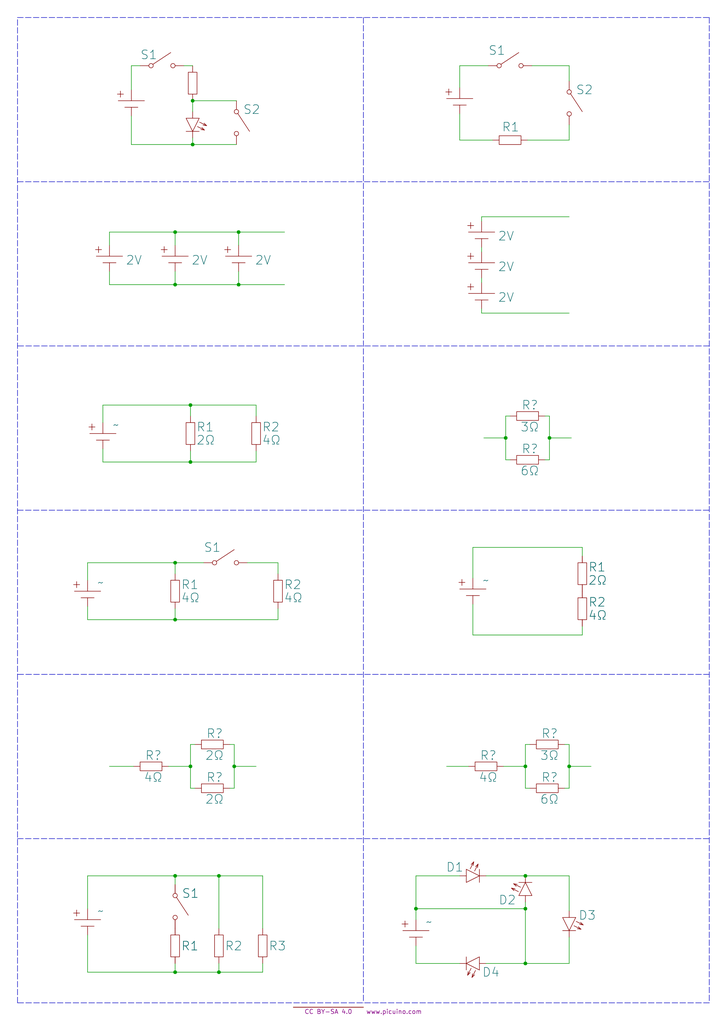
<source format=kicad_sch>
(kicad_sch (version 20231120) (generator "eeschema") (generator_version "8.0")
  (paper "A4" portrait)
  (title_block (title "Circuitos eléctricos para Test Picuino") (date "16/02/2021") (company "www.picuino.com") (comment 1 "Copyright (c) 2021 by Carlos Pardo") (comment 2 "License CC BY-SA 4.0"))
  (lib_symbols
    (symbol "electric-circuits-rescue:CopyRight-simbolos" (pin_names (offset 1.016))
      (property "License" "CC BY-SA 4.0" (at -1.27 -1.27 0))
      (property "Web" "www.picuino.com" (at 0 -1.27 0))
      (symbol "CopyRight-simbolos_0_1"
        (polyline (pts (xy -10.16 0) (xy 10.16 0)) (stroke (width 0.2032)))
      )
    )
    (symbol "electric-circuits-rescue:Pila-simbolos" (pin_names (offset 1.016))
      (property "Reference" "V" (at 5.08 -4.445 0))
      (symbol "Pila-simbolos_0_1"
        (polyline (pts (xy -4.064 -1.27) (xy -2.286 -1.27)))
        (polyline (pts (xy -3.81 -3.175) (xy 3.81 -3.175)))
        (polyline (pts (xy -3.175 -0.381) (xy -3.175 -2.159)))
        (polyline (pts (xy -1.905 -5.08) (xy 1.905 -5.08)))
      )
      (symbol "Pila-simbolos_1_1"
        (pin input line (at 0 -7.62 90) (length 2.54) (name "") (number ""))
        (pin input line (at 0 0 270) (length 3.175) (name "") (number ""))
      )
    )
    (symbol "electric-circuits-rescue:diodo_led-simbolos" (pin_names (offset 1.016))
      (property "Reference" "D" (at 5.08 -3.81 0))
      (symbol "diodo_led-simbolos_0_1"
        (polyline (pts (xy 1.397 -4.318) (xy 3.429 -5.334)))
        (polyline (pts (xy 1.905 -5.715) (xy -1.905 -5.715)))
        (polyline (pts (xy 2.032 -3.048) (xy 4.064 -4.064)))
        (polyline (pts (xy 3.429 -5.334) (xy 2.3622 -5.1816)))
        (polyline (pts (xy 3.429 -5.334) (xy 2.667 -4.572)))
        (polyline (pts (xy 4.064 -4.064) (xy 2.9972 -3.9116)))
        (polyline (pts (xy 4.064 -4.064) (xy 3.302 -3.302)))
        (polyline (pts (xy 1.905 -1.905) (xy -1.905 -1.905) (xy 0 -5.715) (xy 1.905 -1.905)))
      )
      (symbol "diodo_led-simbolos_1_1"
        (pin input line (at 0 -7.62 90) (length 1.905) (name "") (number ""))
        (pin input line (at 0 0 270) (length 1.905) (name "") (number ""))
      )
    )
    (symbol "electric-circuits-rescue:interruptor-simbolos" (pin_names (offset 1.016))
      (property "Reference" "S" (at 4.445 3.175 0))
      (symbol "interruptor-simbolos_0_0"
        (polyline (pts (xy 8.89 3.81) (xy 3.683 0.381)))
        (circle (center 3.175 0) (radius 0.635))
        (circle (center 9.525 0) (radius 0.635))
      )
      (symbol "interruptor-simbolos_1_1"
        (pin input line (at 0 0 0) (length 2.54) (name "") (number ""))
        (pin input line (at 12.7 0 180) (length 2.54) (name "") (number ""))
      )
    )
    (symbol "electric-circuits-rescue:resistencia-simbolos" (pin_names (offset 1.016))
      (property "Reference" "R" (at 1.905 -5.08 0))
      (symbol "resistencia-simbolos_0_1"
        (rectangle (start -1.27 -1.905) (end 1.27 -8.255))
      )
      (symbol "resistencia-simbolos_1_1"
        (pin input line (at 0 -10.16 90) (length 1.905) (name "") (number ""))
        (pin input line (at 0 0 270) (length 1.905) (name "") (number ""))
      )
    )
  )
  (junction (at 67.945 222.25))
  (junction (at 63.5 281.94))
  (junction (at 152.4 279.4))
  (junction (at 159.385 127))
  (junction (at 165.1 222.25))
  (junction (at 63.5 254))
  (junction (at 55.88 29.21))
  (junction (at 146.685 127))
  (junction (at 152.4 222.25))
  (junction (at 50.8 82.55))
  (junction (at 152.4 263.525))
  (junction (at 50.8 163.195))
  (junction (at 50.8 179.705))
  (junction (at 69.215 67.31))
  (junction (at 55.88 41.91))
  (junction (at 55.245 133.985))
  (junction (at 50.8 281.94))
  (junction (at 55.245 117.475))
  (junction (at 69.215 82.55))
  (junction (at 55.245 222.25))
  (junction (at 50.8 67.31))
  (junction (at 50.8 254))
  (junction (at 152.4 254))
  (junction (at 120.65 263.525))
  (wire (pts (xy 50.8 78.74) (xy 50.8 82.55)))
  (wire (pts (xy 55.245 222.25) (xy 55.245 228.6)))
  (polyline (pts (xy 205.74 290.83) (xy 5.08 290.83)) (stroke (width 0) (type dash)))
  (wire (pts (xy 165.1 271.78) (xy 165.1 279.4)))
  (wire (pts (xy 55.245 215.9) (xy 55.245 222.25)))
  (wire (pts (xy 76.2 281.94) (xy 76.2 279.4)))
  (wire (pts (xy 29.845 117.475) (xy 55.245 117.475)))
  (wire (pts (xy 50.8 163.195) (xy 50.8 166.37)))
  (wire (pts (xy 168.91 158.75) (xy 137.16 158.75)))
  (wire (pts (xy 63.5 281.94) (xy 76.2 281.94)))
  (wire (pts (xy 152.4 215.9) (xy 152.4 222.25)))
  (wire (pts (xy 38.735 222.25) (xy 31.75 222.25)))
  (wire (pts (xy 168.91 181.61) (xy 168.91 184.15)))
  (wire (pts (xy 165.1 36.195) (xy 165.1 40.64)))
  (wire (pts (xy 25.4 168.275) (xy 25.4 163.195)))
  (wire (pts (xy 50.8 71.12) (xy 50.8 67.31)))
  (wire (pts (xy 159.385 120.65) (xy 159.385 127)))
  (wire (pts (xy 165.1 279.4) (xy 152.4 279.4)))
  (wire (pts (xy 133.35 40.64) (xy 142.875 40.64)))
  (wire (pts (xy 50.8 254) (xy 25.4 254)))
  (wire (pts (xy 139.7 90.805) (xy 165.1 90.805)))
  (wire (pts (xy 133.35 25.4) (xy 133.35 19.05)))
  (wire (pts (xy 152.4 222.25) (xy 152.4 228.6)))
  (wire (pts (xy 29.845 122.555) (xy 29.845 117.475)))
  (wire (pts (xy 165.735 127) (xy 159.385 127)))
  (wire (pts (xy 29.845 133.985) (xy 29.845 130.175)))
  (wire (pts (xy 50.8 254) (xy 50.8 256.54)))
  (wire (pts (xy 31.75 78.74) (xy 31.75 82.55)))
  (wire (pts (xy 120.65 263.525) (xy 152.4 263.525)))
  (wire (pts (xy 139.7 81.915) (xy 139.7 80.645)))
  (wire (pts (xy 25.4 271.145) (xy 25.4 281.94)))
  (wire (pts (xy 38.1 41.91) (xy 55.88 41.91)))
  (wire (pts (xy 135.89 222.25) (xy 129.54 222.25)))
  (wire (pts (xy 69.215 82.55) (xy 82.55 82.55)))
  (wire (pts (xy 139.7 62.865) (xy 165.1 62.865)))
  (wire (pts (xy 140.97 254) (xy 152.4 254)))
  (wire (pts (xy 168.91 184.15) (xy 137.16 184.15)))
  (wire (pts (xy 31.75 71.12) (xy 31.75 67.31)))
  (wire (pts (xy 74.295 133.985) (xy 55.245 133.985)))
  (wire (pts (xy 139.7 73.025) (xy 139.7 71.755)))
  (polyline (pts (xy 5.08 290.83) (xy 5.08 5.08)) (stroke (width 0) (type dash)))
  (wire (pts (xy 146.05 222.25) (xy 152.4 222.25)))
  (wire (pts (xy 50.8 281.94) (xy 63.5 281.94)))
  (wire (pts (xy 153.035 40.64) (xy 165.1 40.64)))
  (wire (pts (xy 165.1 228.6) (xy 163.83 228.6)))
  (wire (pts (xy 67.945 222.25) (xy 67.945 228.6)))
  (wire (pts (xy 67.945 228.6) (xy 66.675 228.6)))
  (wire (pts (xy 154.305 19.05) (xy 165.1 19.05)))
  (wire (pts (xy 55.245 133.985) (xy 29.845 133.985)))
  (wire (pts (xy 50.8 82.55) (xy 69.215 82.55)))
  (wire (pts (xy 59.055 163.195) (xy 50.8 163.195)))
  (wire (pts (xy 56.515 228.6) (xy 55.245 228.6)))
  (wire (pts (xy 165.1 254) (xy 165.1 264.16)))
  (wire (pts (xy 25.4 254) (xy 25.4 263.525)))
  (wire (pts (xy 168.91 161.29) (xy 168.91 158.75)))
  (wire (pts (xy 74.295 130.81) (xy 74.295 133.985)))
  (wire (pts (xy 69.215 71.12) (xy 69.215 67.31)))
  (wire (pts (xy 76.2 269.24) (xy 76.2 254)))
  (wire (pts (xy 139.7 64.135) (xy 139.7 62.865)))
  (wire (pts (xy 137.16 158.75) (xy 137.16 167.64)))
  (wire (pts (xy 63.5 269.24) (xy 63.5 254)))
  (polyline (pts (xy 205.74 5.08) (xy 205.74 290.83)) (stroke (width 0) (type dash)))
  (wire (pts (xy 159.385 127) (xy 159.385 133.35)))
  (wire (pts (xy 50.8 67.31) (xy 69.215 67.31)))
  (wire (pts (xy 152.4 263.525) (xy 152.4 261.62)))
  (wire (pts (xy 67.945 215.9) (xy 66.675 215.9)))
  (wire (pts (xy 152.4 254) (xy 165.1 254)))
  (wire (pts (xy 55.245 117.475) (xy 55.245 120.65)))
  (wire (pts (xy 74.295 222.25) (xy 67.945 222.25)))
  (wire (pts (xy 133.35 279.4) (xy 120.65 279.4)))
  (wire (pts (xy 120.65 279.4) (xy 120.65 274.32)))
  (wire (pts (xy 165.1 23.495) (xy 165.1 19.05)))
  (wire (pts (xy 25.4 281.94) (xy 50.8 281.94)))
  (wire (pts (xy 55.245 133.985) (xy 55.245 130.81)))
  (wire (pts (xy 165.1 215.9) (xy 163.83 215.9)))
  (wire (pts (xy 38.1 19.05) (xy 40.64 19.05)))
  (wire (pts (xy 55.245 117.475) (xy 74.295 117.475)))
  (polyline (pts (xy 5.08 243.205) (xy 205.74 243.205)) (stroke (width 0) (type dash)))
  (wire (pts (xy 69.215 67.31) (xy 82.55 67.31)))
  (wire (pts (xy 25.4 163.195) (xy 50.8 163.195)))
  (wire (pts (xy 146.685 120.65) (xy 146.685 127)))
  (wire (pts (xy 48.895 222.25) (xy 55.245 222.25)))
  (wire (pts (xy 25.4 179.705) (xy 25.4 175.895)))
  (wire (pts (xy 69.215 78.74) (xy 69.215 82.55)))
  (wire (pts (xy 147.955 133.35) (xy 146.685 133.35)))
  (wire (pts (xy 68.58 41.91) (xy 55.88 41.91)))
  (wire (pts (xy 74.295 117.475) (xy 74.295 120.65)))
  (wire (pts (xy 120.65 263.525) (xy 120.65 254)))
  (wire (pts (xy 120.65 254) (xy 133.35 254)))
  (polyline (pts (xy 205.74 195.58) (xy 5.08 195.58)) (stroke (width 0) (type dash)))
  (wire (pts (xy 159.385 120.65) (xy 158.115 120.65)))
  (wire (pts (xy 159.385 133.35) (xy 158.115 133.35)))
  (wire (pts (xy 31.75 82.55) (xy 50.8 82.55)))
  (wire (pts (xy 146.685 127) (xy 140.335 127)))
  (polyline (pts (xy 5.08 5.08) (xy 205.74 5.08)) (stroke (width 0) (type dash)))
  (wire (pts (xy 152.4 279.4) (xy 140.97 279.4)))
  (wire (pts (xy 68.58 29.21) (xy 55.88 29.21)))
  (wire (pts (xy 76.2 254) (xy 63.5 254)))
  (wire (pts (xy 153.67 215.9) (xy 152.4 215.9)))
  (wire (pts (xy 50.8 179.705) (xy 80.645 179.705)))
  (polyline (pts (xy 5.08 147.955) (xy 205.74 147.955)) (stroke (width 0) (type dash)))
  (wire (pts (xy 71.755 163.195) (xy 80.645 163.195)))
  (wire (pts (xy 153.67 228.6) (xy 152.4 228.6)))
  (polyline (pts (xy 5.08 52.705) (xy 205.74 52.705)) (stroke (width 0) (type dash)))
  (wire (pts (xy 171.45 222.25) (xy 165.1 222.25)))
  (wire (pts (xy 146.685 127) (xy 146.685 133.35)))
  (wire (pts (xy 50.8 281.94) (xy 50.8 279.4)))
  (wire (pts (xy 137.16 175.26) (xy 137.16 184.15)))
  (wire (pts (xy 63.5 254) (xy 50.8 254)))
  (wire (pts (xy 67.945 215.9) (xy 67.945 222.25)))
  (wire (pts (xy 139.7 90.805) (xy 139.7 89.535)))
  (wire (pts (xy 80.645 176.53) (xy 80.645 179.705)))
  (wire (pts (xy 38.1 19.05) (xy 38.1 26.035)))
  (wire (pts (xy 63.5 281.94) (xy 63.5 279.4)))
  (wire (pts (xy 152.4 263.525) (xy 152.4 279.4)))
  (wire (pts (xy 50.8 179.705) (xy 50.8 176.53)))
  (wire (pts (xy 165.1 222.25) (xy 165.1 228.6)))
  (wire (pts (xy 50.8 179.705) (xy 25.4 179.705)))
  (wire (pts (xy 80.645 163.195) (xy 80.645 166.37)))
  (polyline (pts (xy 205.74 100.33) (xy 5.08 100.33)) (stroke (width 0) (type dash)))
  (wire (pts (xy 56.515 215.9) (xy 55.245 215.9)))
  (wire (pts (xy 133.35 40.64) (xy 133.35 33.02)))
  (wire (pts (xy 133.35 19.05) (xy 141.605 19.05)))
  (wire (pts (xy 120.65 266.7) (xy 120.65 263.525)))
  (wire (pts (xy 165.1 215.9) (xy 165.1 222.25)))
  (polyline (pts (xy 105.41 5.08) (xy 105.41 290.83)) (stroke (width 0) (type dash)))
  (wire (pts (xy 38.1 33.655) (xy 38.1 41.91)))
  (wire (pts (xy 55.88 19.05) (xy 53.34 19.05)))
  (wire (pts (xy 31.75 67.31) (xy 50.8 67.31)))
  (wire (pts (xy 147.955 120.65) (xy 146.685 120.65)))
  (wire (pts (xy 55.88 40.005) (xy 55.88 41.91)))
  (wire (pts (xy 55.88 29.21) (xy 55.88 32.385)))
  (text "28" (at 218.44 80.01 0) (effects (font (size 7.62 7.62)) (justify left bottom)))
  (text "22" (at -22.86 83.185 0) (effects (font (size 7.62 7.62)) (justify left bottom)))
  (text "21" (at -21.59 31.75 0) (effects (font (size 7.62 7.62)) (justify left bottom)))
  (text "27" (at 217.805 33.02 0) (effects (font (size 7.62 7.62)) (justify left bottom)))
  (symbol (lib_id "electric-circuits-rescue:Pila-simbolos") (at 29.845 122.555 0) (unit 1)
    (property "Reference" "V?" (effects (hide yes)))
    (property "Value" "~" (at 33.655 123.19 0) (effects (font (size 2.54 2.54))))
  )
  (symbol (lib_id "electric-circuits-rescue:resistencia-simbolos") (at 55.245 130.81 180) (unit 1)
    (property "Reference" "R1" (at 62.23 123.825 0) (effects (font (size 2.54 2.54)) (justify left)))
    (property "Value" "2Ω" (at 59.69 127.635 0) (effects (font (size 2.54 2.54))))
  )
  (symbol (lib_id "electric-circuits-rescue:resistencia-simbolos") (at 74.295 130.81 180) (unit 1)
    (property "Reference" "R2" (at 81.28 123.825 0) (effects (font (size 2.54 2.54)) (justify left)))
    (property "Value" "4Ω" (at 78.74 127.635 0) (effects (font (size 2.54 2.54))))
  )
  (symbol (lib_id "electric-circuits-rescue:resistencia-simbolos") (at 158.115 120.65 270) (unit 1)
    (property "Reference" "R?" (at 151.13 117.475 90) (effects (font (size 2.54 2.54)) (justify left)))
    (property "Value" "3Ω" (at 153.67 123.825 90) (effects (font (size 2.54 2.54))))
    (instances (project "" (path "" (reference "R?") (unit 1)) (path "" (reference "R1") (unit 1))))
  )
  (symbol (lib_id "electric-circuits-rescue:resistencia-simbolos") (at 158.115 133.35 270) (unit 1)
    (property "Reference" "R?" (at 151.13 130.175 90) (effects (font (size 2.54 2.54)) (justify left)))
    (property "Value" "6Ω" (at 153.67 136.525 90) (effects (font (size 2.54 2.54))))
    (instances (project "" (path "" (reference "R?") (unit 1)) (path "" (reference "R2") (unit 1))))
  )
  (symbol (lib_id "electric-circuits-rescue:Pila-simbolos") (at 25.4 168.275 0) (unit 1)
    (property "Reference" "V?" (effects (hide yes)))
    (property "Value" "~" (at 29.21 168.91 0) (effects (font (size 2.54 2.54))))
  )
  (symbol (lib_id "electric-circuits-rescue:resistencia-simbolos") (at 50.8 176.53 180) (unit 1)
    (property "Reference" "R1" (at 57.785 169.545 0) (effects (font (size 2.54 2.54)) (justify left)))
    (property "Value" "4Ω" (at 55.245 173.355 0) (effects (font (size 2.54 2.54))))
  )
  (symbol (lib_id "electric-circuits-rescue:resistencia-simbolos") (at 80.645 176.53 180) (unit 1)
    (property "Reference" "R2" (at 87.63 169.545 0) (effects (font (size 2.54 2.54)) (justify left)))
    (property "Value" "4Ω" (at 85.09 173.355 0) (effects (font (size 2.54 2.54))))
  )
  (symbol (lib_id "electric-circuits-rescue:interruptor-simbolos") (at 59.055 163.195 0) (unit 1)
    (property "Reference" "S1" (at 61.595 158.75 0) (effects (font (size 2.54 2.54))))
    (property "Value" "interruptor" (effects (hide yes)))
  )
  (symbol (lib_id "electric-circuits-rescue:Pila-simbolos") (at 137.16 167.64 0) (unit 1)
    (property "Reference" "V?" (effects (hide yes)))
    (property "Value" "~" (at 140.97 168.275 0) (effects (font (size 2.54 2.54))))
  )
  (symbol (lib_id "electric-circuits-rescue:resistencia-simbolos") (at 168.91 171.45 180) (unit 1)
    (property "Reference" "R1" (at 175.895 164.465 0) (effects (font (size 2.54 2.54)) (justify left)))
    (property "Value" "2Ω" (at 173.355 168.275 0) (effects (font (size 2.54 2.54))))
  )
  (symbol (lib_id "electric-circuits-rescue:resistencia-simbolos") (at 168.91 181.61 180) (unit 1)
    (property "Reference" "R2" (at 175.895 174.625 0) (effects (font (size 2.54 2.54)) (justify left)))
    (property "Value" "4Ω" (at 173.355 178.435 0) (effects (font (size 2.54 2.54))))
  )
  (symbol (lib_id "electric-circuits-rescue:resistencia-simbolos") (at 66.675 215.9 270) (unit 1)
    (property "Reference" "R?" (at 59.69 212.725 90) (effects (font (size 2.54 2.54)) (justify left)))
    (property "Value" "2Ω" (at 62.23 219.075 90) (effects (font (size 2.54 2.54))))
    (instances (project "" (path "" (reference "R?") (unit 1)) (path "" (reference "R2") (unit 1))))
  )
  (symbol (lib_id "electric-circuits-rescue:resistencia-simbolos") (at 66.675 228.6 270) (unit 1)
    (property "Reference" "R?" (at 59.69 225.425 90) (effects (font (size 2.54 2.54)) (justify left)))
    (property "Value" "2Ω" (at 62.23 231.775 90) (effects (font (size 2.54 2.54))))
    (instances (project "" (path "" (reference "R?") (unit 1)) (path "" (reference "R3") (unit 1))))
  )
  (symbol (lib_id "electric-circuits-rescue:resistencia-simbolos") (at 48.895 222.25 270) (unit 1)
    (property "Reference" "R?" (at 41.91 219.075 90) (effects (font (size 2.54 2.54)) (justify left)))
    (property "Value" "4Ω" (at 44.45 225.425 90) (effects (font (size 2.54 2.54))))
    (instances (project "" (path "" (reference "R?") (unit 1)) (path "" (reference "R1") (unit 1))))
  )
  (symbol (lib_id "electric-circuits-rescue:resistencia-simbolos") (at 163.83 215.9 270) (unit 1)
    (property "Reference" "R?" (at 156.845 212.725 90) (effects (font (size 2.54 2.54)) (justify left)))
    (property "Value" "3Ω" (at 159.385 219.075 90) (effects (font (size 2.54 2.54))))
    (instances (project "" (path "" (reference "R?") (unit 1)) (path "" (reference "R2") (unit 1))))
  )
  (symbol (lib_id "electric-circuits-rescue:resistencia-simbolos") (at 163.83 228.6 270) (unit 1)
    (property "Reference" "R?" (at 156.845 225.425 90) (effects (font (size 2.54 2.54)) (justify left)))
    (property "Value" "6Ω" (at 159.385 231.775 90) (effects (font (size 2.54 2.54))))
    (instances (project "" (path "" (reference "R?") (unit 1)) (path "" (reference "R3") (unit 1))))
  )
  (symbol (lib_id "electric-circuits-rescue:resistencia-simbolos") (at 146.05 222.25 270) (unit 1)
    (property "Reference" "R?" (at 139.065 219.075 90) (effects (font (size 2.54 2.54)) (justify left)))
    (property "Value" "4Ω" (at 141.605 225.425 90) (effects (font (size 2.54 2.54))))
    (instances (project "" (path "" (reference "R?") (unit 1)) (path "" (reference "R1") (unit 1))))
  )
  (symbol (lib_id "electric-circuits-rescue:Pila-simbolos") (at 25.4 263.525 0) (unit 1)
    (property "Reference" "V?" (effects (hide yes)))
    (property "Value" "~" (at 29.21 264.16 0) (effects (font (size 2.54 2.54))))
  )
  (symbol (lib_id "electric-circuits-rescue:resistencia-simbolos") (at 50.8 279.4 180) (unit 1)
    (property "Reference" "R1" (at 57.785 274.32 0) (effects (font (size 2.54 2.54)) (justify left)))
    (property "Value" "4Ω" (effects (hide yes)))
  )
  (symbol (lib_id "electric-circuits-rescue:interruptor-simbolos") (at 50.8 256.54 270) (unit 1)
    (property "Reference" "S1" (at 55.245 259.08 90) (effects (font (size 2.54 2.54))))
    (property "Value" "interruptor" (effects (hide yes)))
  )
  (symbol (lib_id "electric-circuits-rescue:resistencia-simbolos") (at 63.5 279.4 180) (unit 1)
    (property "Reference" "R2" (at 70.485 274.32 0) (effects (font (size 2.54 2.54)) (justify left)))
    (property "Value" "4Ω" (effects (hide yes)))
  )
  (symbol (lib_id "electric-circuits-rescue:resistencia-simbolos") (at 76.2 279.4 180) (unit 1)
    (property "Reference" "R3" (at 83.185 274.32 0) (effects (font (size 2.54 2.54)) (justify left)))
    (property "Value" "4Ω" (effects (hide yes)))
  )
  (symbol (lib_id "electric-circuits-rescue:Pila-simbolos") (at 120.65 266.7 0) (unit 1)
    (property "Reference" "V?" (effects (hide yes)))
    (property "Value" "~" (at 124.46 267.335 0) (effects (font (size 2.54 2.54))))
  )
  (symbol (lib_id "electric-circuits-rescue:diodo_led-simbolos") (at 133.35 254 90) (unit 1)
    (property "Reference" "D1" (at 134.62 251.46 90) (effects (font (size 2.54 2.54)) (justify left)))
    (property "Value" "diodo_led" (effects (hide yes)))
  )
  (symbol (lib_id "electric-circuits-rescue:diodo_led-simbolos") (at 152.4 261.62 180) (unit 1)
    (property "Reference" "D2" (at 149.86 260.985 0) (effects (font (size 2.54 2.54)) (justify left)))
    (property "Value" "diodo_led" (effects (hide yes)))
  )
  (symbol (lib_id "electric-circuits-rescue:diodo_led-simbolos") (at 165.1 264.16 0) (unit 1)
    (property "Reference" "D3" (at 167.64 265.43 0) (effects (font (size 2.54 2.54)) (justify left)))
    (property "Value" "diodo_led" (effects (hide yes)))
  )
  (symbol (lib_id "electric-circuits-rescue:diodo_led-simbolos") (at 140.97 279.4 270) (unit 1)
    (property "Reference" "D4" (at 139.7 281.94 90) (effects (font (size 2.54 2.54)) (justify left)))
    (property "Value" "diodo_led" (effects (hide yes)))
  )
  (symbol (lib_id "electric-circuits-rescue:diodo_led-simbolos") (at 55.88 32.385 0) (unit 1)
    (property "Reference" "D?" (effects (hide yes)))
    (property "Value" "diodo_led" (effects (hide yes)))
  )
  (symbol (lib_id "electric-circuits-rescue:resistencia-simbolos") (at 55.88 19.05 0) (unit 1)
    (property "Reference" "R?" (effects (hide yes)))
    (property "Value" "resistencia" (effects (hide yes)))
  )
  (symbol (lib_id "electric-circuits-rescue:interruptor-simbolos") (at 40.64 19.05 0) (unit 1)
    (property "Reference" "S1" (at 43.18 15.875 0) (effects (font (size 2.54 2.54))))
    (property "Value" "interruptor" (effects (hide yes)))
  )
  (symbol (lib_id "electric-circuits-rescue:Pila-simbolos") (at 38.1 26.035 0) (unit 1)
    (property "Reference" "V?" (effects (hide yes)))
    (property "Value" "Pila" (effects (hide yes)))
  )
  (symbol (lib_id "electric-circuits-rescue:interruptor-simbolos") (at 68.58 29.21 270) (unit 1)
    (property "Reference" "S2" (at 73.025 31.75 90) (effects (font (size 2.54 2.54))))
    (property "Value" "interruptor" (effects (hide yes)))
  )
  (symbol (lib_id "electric-circuits-rescue:Pila-simbolos") (at 133.35 25.4 0) (unit 1)
    (property "Reference" "V?" (effects (hide yes)))
    (property "Value" "Pila" (effects (hide yes)))
  )
  (symbol (lib_id "electric-circuits-rescue:interruptor-simbolos") (at 141.605 19.05 0) (unit 1)
    (property "Reference" "S1" (at 144.145 14.605 0) (effects (font (size 2.54 2.54))))
    (property "Value" "interruptor" (effects (hide yes)))
  )
  (symbol (lib_id "electric-circuits-rescue:interruptor-simbolos") (at 165.1 23.495 270) (unit 1)
    (property "Reference" "S2" (at 169.545 26.035 90) (effects (font (size 2.54 2.54))))
    (property "Value" "interruptor" (effects (hide yes)))
  )
  (symbol (lib_id "electric-circuits-rescue:resistencia-simbolos") (at 153.035 40.64 270) (unit 1)
    (property "Reference" "R1" (at 145.415 36.83 90) (effects (font (size 2.54 2.54)) (justify left)))
    (property "Value" "resistencia" (effects (hide yes)))
  )
  (symbol (lib_name "electric-circuits-rescue:Pila-simbolos") (lib_id "electric-circuits-rescue:Pila-simbolos") (at 31.75 71.12 0) (unit 1)
    (property "Reference" "V?" (effects (hide yes)))
    (property "Value" "2V" (at 38.862 75.438 0) (effects (font (size 2.54 2.54))))
  )
  (symbol (lib_id "electric-circuits-rescue:CopyRight-simbolos") (at 95.25 292.1 0) (unit 1)
    (property "Reference" "CP?" (effects (hide yes)))
    (property "Value" "CopyRight" (effects (hide yes)))
    (property "License" "CC BY-SA 4.0" (at 95.25 293.37 0))
    (property "Web" "www.picuino.com" (at 114.3 293.37 0))
  )
  (symbol (lib_name "electric-circuits-rescue:Pila-simbolos") (lib_id "electric-circuits-rescue:Pila-simbolos") (at 69.215 71.12 0) (unit 1)
    (property "Reference" "V4" (effects (hide yes)))
    (property "Value" "2V" (at 76.327 75.438 0) (effects (font (size 2.54 2.54))))
  )
  (symbol (lib_name "electric-circuits-rescue:Pila-simbolos") (lib_id "electric-circuits-rescue:Pila-simbolos") (at 50.8 71.12 0) (unit 1)
    (property "Reference" "V3" (effects (hide yes)))
    (property "Value" "2V" (at 57.912 75.438 0) (effects (font (size 2.54 2.54))))
  )
  (symbol (lib_name "electric-circuits-rescue:Pila-simbolos") (lib_id "electric-circuits-rescue:Pila-simbolos") (at 139.7 64.135 0) (unit 1)
    (property "Reference" "V5" (effects (hide yes)))
    (property "Value" "2V" (at 146.812 68.453 0) (effects (font (size 2.54 2.54))))
  )
  (symbol (lib_name "electric-circuits-rescue:Pila-simbolos") (lib_id "electric-circuits-rescue:Pila-simbolos") (at 139.7 81.915 0) (unit 1)
    (property "Reference" "V7" (effects (hide yes)))
    (property "Value" "2V" (at 146.812 86.233 0) (effects (font (size 2.54 2.54))))
  )
  (symbol (lib_name "electric-circuits-rescue:Pila-simbolos") (lib_id "electric-circuits-rescue:Pila-simbolos") (at 139.7 73.025 0) (unit 1)
    (property "Reference" "V6" (effects (hide yes)))
    (property "Value" "2V" (at 146.812 77.343 0) (effects (font (size 2.54 2.54))))
  )
)
</source>
